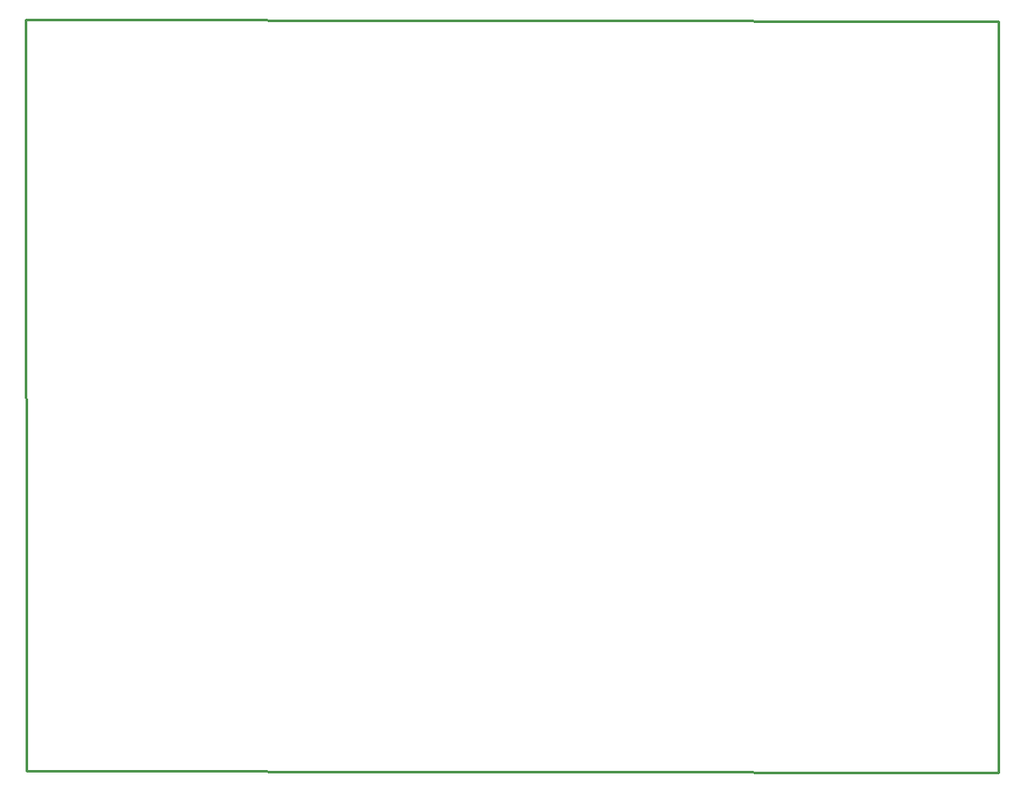
<source format=gko>
G04 EAGLE Gerber RS-274X export*
G75*
%MOMM*%
%FSLAX34Y34*%
%LPD*%
%IN*%
%IPPOS*%
%AMOC8*
5,1,8,0,0,1.08239X$1,22.5*%
G01*
%ADD10C,0.254000*%


D10*
X18000Y756700D02*
X18500Y10000D01*
X984300Y8000D01*
X983800Y754700D01*
X18000Y756700D01*
M02*

</source>
